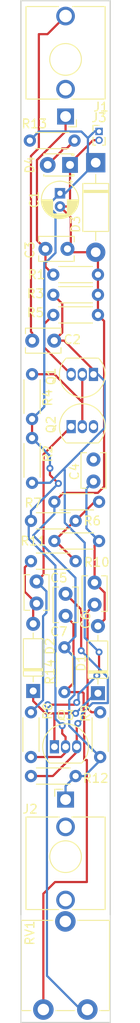
<source format=kicad_pcb>
(kicad_pcb (version 20211014) (generator pcbnew)
  (layers (0 "F.Cu" signal) (31 "B.Cu" signal) (34 "B.Paste" user) (35 "F.Paste" user) (36 "B.SilkS" user "B.Silkscreen") (37 "F.SilkS" user "F.Silkscreen") (38 "B.Mask" user) (39 "F.Mask" user) (44 "Edge.Cuts" user))
  (net 0 "")
  (net 1 "+9V")
  (net 2 "GND")
  (net 3 "Net-(C2-Pad1)")
  (net 4 "Net-(Q1-Pad1)")
  (net 5 "Net-(C3-Pad1)")
  (net 6 "Net-(Q2-Pad3)")
  (net 7 "Net-(D1-Pad2)")
  (net 8 "Net-(D2-Pad2)")
  (net 9 "Net-(Q2-Pad1)")
  (net 10 "Net-(C6-Pad1)")
  (net 11 "Net-(Q3-Pad3)")
  (net 12 "Net-(C7-Pad2)")
  (net 13 "Net-(Q3-Pad1)")
  (net 14 "Net-(D4-Pad2)")
  (net 15 "Net-(Q1-Pad2)")
  (net 16 "Net-(Q1-Pad3)")
  (net 17 "Net-(R10-Pad1)")
  (net 20 "Net-(J2-PadT)")
  (footprint "Capacitor_THT:C_Disc_D3.8mm_W2.6mm_P2.50mm" (layer "F.Cu") (at 78.867 116.663 90)
    (fp_text reference "C5" (at 2.901 2.54 180) (layer "F.SilkS"))
    (fp_text value "47nF")
    (fp_line (start 3.27 -1.42) (end 3.27 -0.795) (layer "F.SilkS") (width 0.12))
    (fp_line (start 3.27 0.795) (end 3.27 1.42) (layer "F.SilkS") (width 0.12))
    (fp_line (start -0.77 -1.42) (end 3.27 -1.42) (layer "F.SilkS") (width 0.12))
    (fp_line (start -0.77 0.795) (end -0.77 1.42) (layer "F.SilkS") (width 0.12))
    (fp_line (start -0.77 -1.42) (end -0.77 -0.795) (layer "F.SilkS") (width 0.12))
    (fp_line (start -0.77 1.42) (end 3.27 1.42) (layer "F.SilkS") (width 0.12))
    (pad "1" thru_hole circle (at 0 0 90) (size 1.6 1.6) (drill 0.8) (layers *.Cu *.Mask) (net 8 "Net-(D2-Pad2)"))
    (pad "2" thru_hole circle (at 2.5 0 90) (size 1.6 1.6) (drill 0.8) (layers *.Cu *.Mask) (net 9 "Net-(Q2-Pad1)"))
  )
  (footprint "Resistor_THT:R_Axial_DIN0204_L3.6mm_D1.6mm_P5.08mm_Horizontal" (layer "F.Cu") (at 78.359 90.648 -90)
    (fp_text reference "R4" (at 2.667 -1.778 -90) (layer "F.SilkS"))
    (fp_text value "18k")
    (fp_line (start 0.62 -0.92) (end 4.46 -0.92) (layer "F.SilkS") (width 0.12))
    (fp_line (start 0.62 0.92) (end 4.46 0.92) (layer "F.SilkS") (width 0.12))
    (pad "1" thru_hole circle (at 0 0 270) (size 1.4 1.4) (drill 0.7) (layers *.Cu *.Mask) (net 15 "Net-(Q1-Pad2)"))
    (pad "2" thru_hole oval (at 5.08 0 270) (size 1.4 1.4) (drill 0.7) (layers *.Cu *.Mask) (net 1 "+9V"))
  )
  (footprint "Resistor_THT:R_Axial_DIN0204_L3.6mm_D1.6mm_P5.08mm_Horizontal" (layer "F.Cu") (at 86.106 129.002 -90)
    (fp_text reference "R9" (at 0.127 1.651 90) (layer "F.SilkS"))
    (fp_text value "10k")
    (fp_line (start 0.62 -0.92) (end 4.46 -0.92) (layer "F.SilkS") (width 0.12))
    (fp_line (start 0.62 0.92) (end 4.46 0.92) (layer "F.SilkS") (width 0.12))
    (pad "1" thru_hole circle (at 0 0 270) (size 1.4 1.4) (drill 0.7) (layers *.Cu *.Mask) (net 10 "Net-(C6-Pad1)"))
    (pad "2" thru_hole oval (at 5.08 0 270) (size 1.4 1.4) (drill 0.7) (layers *.Cu *.Mask) (net 2 "GND"))
  )
  (footprint "Resistor_THT:R_Axial_DIN0204_L3.6mm_D1.6mm_P5.08mm_Horizontal" (layer "F.Cu") (at 78.232 129.002 -90)
    (fp_text reference "R8" (at -0.127 -1.905 90) (layer "F.SilkS"))
    (fp_text value "10k")
    (fp_line (start 0.62 0.92) (end 4.46 0.92) (layer "F.SilkS") (width 0.12))
    (fp_line (start 0.62 -0.92) (end 4.46 -0.92) (layer "F.SilkS") (width 0.12))
    (pad "1" thru_hole circle (at 0 0 270) (size 1.4 1.4) (drill 0.7) (layers *.Cu *.Mask) (net 9 "Net-(Q2-Pad1)"))
    (pad "2" thru_hole oval (at 5.08 0 270) (size 1.4 1.4) (drill 0.7) (layers *.Cu *.Mask) (net 1 "+9V"))
  )
  (footprint "LED_THT:LED_D1.8mm_W3.3mm_H2.4mm" (layer "F.Cu") (at 82.677 66.899 180)
    (fp_text reference "D4" (at 4.572 0 90) (layer "F.SilkS"))
    (fp_text value "LED")
    (fp_line (start -0.2 1.08) (end -0.2 1.26) (layer "F.SilkS") (width 0.12))
    (fp_line (start -0.44 -1.26) (end -0.44 -1.08) (layer "F.SilkS") (width 0.12))
    (fp_line (start -0.44 1.26) (end 2.98 1.26) (layer "F.SilkS") (width 0.12))
    (fp_line (start -0.2 -1.26) (end -0.2 -1.08) (layer "F.SilkS") (width 0.12))
    (fp_line (start 2.98 1.095) (end 2.98 1.26) (layer "F.SilkS") (width 0.12))
    (fp_line (start -0.44 -1.26) (end 2.98 -1.26) (layer "F.SilkS") (width 0.12))
    (fp_line (start -0.32 -1.26) (end -0.32 -1.08) (layer "F.SilkS") (width 0.12))
    (fp_line (start -0.32 1.08) (end -0.32 1.26) (layer "F.SilkS") (width 0.12))
    (fp_line (start 2.98 -1.26) (end 2.98 -1.095) (layer "F.SilkS") (width 0.12))
    (fp_line (start -0.44 1.08) (end -0.44 1.26) (layer "F.SilkS") (width 0.12))
    (pad "1" thru_hole rect (at 0 0 180) (size 1.8 1.8) (drill 0.9) (layers *.Cu *.Mask) (net 2 "GND"))
    (pad "2" thru_hole circle (at 2.54 0 180) (size 1.8 1.8) (drill 0.9) (layers *.Cu *.Mask) (net 14 "Net-(D4-Pad2)"))
  )
  (footprint "Resistor_THT:R_Axial_DIN0204_L3.6mm_D1.6mm_P5.08mm_Horizontal" (layer "F.Cu") (at 78.359 102.967 90)
    (fp_text reference "R2" (at 3.302 1.778 90) (layer "F.SilkS"))
    (fp_text value "560k")
    (fp_line (start 0.62 0.92) (end 4.46 0.92) (layer "F.SilkS") (width 0.12))
    (fp_line (start 0.62 -0.92) (end 4.46 -0.92) (layer "F.SilkS") (width 0.12))
    (pad "1" thru_hole circle (at 0 0 90) (size 1.4 1.4) (drill 0.7) (layers *.Cu *.Mask) (net 4 "Net-(Q1-Pad1)"))
    (pad "2" thru_hole oval (at 5.08 0 90) (size 1.4 1.4) (drill 0.7) (layers *.Cu *.Mask) (net 1 "+9V"))
  )
  (footprint "Connector_Audio:Jack_3.5mm_QingPu_WQP-PJ398SM_Vertical_CircularHoles" (layer "F.Cu") (at 82.169 138.908)
    (fp_text reference "J2" (at -4.03 1.08 180) (layer "F.SilkS"))
    (fp_text value "AudioJack2_SwitchT")
    (fp_line (start 4.5 1.98) (end 4.5 12.48) (layer "F.SilkS") (width 0.12))
    (fp_line (start -1.23 -1.17) (end -1.23 -0.37) (layer "F.SilkS") (width 0.12))
    (fp_line (start 4.5 12.48) (end 0.8 12.48) (layer "F.SilkS") (width 0.12))
    (fp_line (start -0.8 12.48) (end -4.5 12.48) (layer "F.SilkS") (width 0.12))
    (fp_line (start -0.72 1.98) (end -4.5 1.98) (layer "F.SilkS") (width 0.12))
    (fp_line (start -1.23 -1.17) (end -0.37 -1.17) (layer "F.SilkS") (width 0.12))
    (fp_line (start 4.5 1.98) (end 0.72 1.98) (layer "F.SilkS") (width 0.12))
    (fp_line (start -4.5 1.98) (end -4.5 12.48) (layer "F.SilkS") (width 0.12))
    (fp_circle (center 0 6.48) (end 1.8 6.48) (layer "F.SilkS") (width 0.12) (fill none))
    (pad "S" thru_hole rect (at 0 0 180) (size 1.93 1.83) (drill 1.22) (layers *.Cu *.Mask) (net 2 "GND"))
    (pad "T" thru_hole circle (at 0 11.4 180) (size 2.13 2.13) (drill 1.43) (layers *.Cu *.Mask) (net 20 "Net-(J2-PadT)"))
    (pad "TN" thru_hole circle (at 0 3.1 180) (size 2.13 2.13) (drill 1.42) (layers *.Cu *.Mask))
  )
  (footprint "Capacitor_THT:CP_Radial_D4.0mm_P1.50mm" (layer "F.Cu") (at 81.534 70.113401 -90)
    (fp_text reference "C1" (at 0.722599 2.921 90) (layer "F.SilkS"))
    (fp_text value "100uF")
    (fp_line (start 1.31 -2.005) (end 1.31 -0.84) (layer "F.SilkS") (width 0.12))
    (fp_line (start 2.271 -1.438) (end 2.271 -0.84) (layer "F.SilkS") (width 0.12))
    (fp_line (start 1.991 0.84) (end 1.991 1.68) (layer "F.SilkS") (width 0.12))
    (fp_line (start 1.871 0.84) (end 1.871 1.76) (layer "F.SilkS") (width 0.12))
    (fp_line (start 2.631 -0.94) (end 2.631 0.94) (layer "F.SilkS") (width 0.12))
    (fp_line (start 1.951 0.84) (end 1.951 1.708) (layer "F.SilkS") (width 0.12))
    (fp_line (start 1.831 -1.785) (end 1.831 -0.84) (layer "F.SilkS") (width 0.12))
    (fp_line (start 2.071 -1.619) (end 2.071 -0.84) (layer "F.SilkS") (width 0.12))
    (fp_line (start 2.031 0.84) (end 2.031 1.65) (layer "F.SilkS") (width 0.12))
    (fp_line (start 1.951 -1.708) (end 1.951 -0.84) (layer "F.SilkS") (width 0.12))
    (fp_line (start 1.671 -1.87) (end 1.671 -0.84) (layer "F.SilkS") (width 0.12))
    (fp_line (start 2.591 -1.013) (end 2.591 1.013) (layer "F.SilkS") (width 0.12))
    (fp_line (start 1.11 0.84) (end 1.11 2.05) (layer "F.SilkS") (width 0.12))
    (fp_line (start 2.311 -1.396) (end 2.311 -0.84) (layer "F.SilkS") (width 0.12))
    (fp_line (start 2.471 -1.2) (end 2.471 1.2) (layer "F.SilkS") (width 0.12))
    (fp_line (start 1.11 -2.05) (end 1.11 -0.84) (layer "F.SilkS") (width 0.12))
    (fp_line (start 2.431 -1.254) (end 2.431 1.254) (layer "F.SilkS") (width 0.12))
    (fp_line (start 2.031 -1.65) (end 2.031 -0.84) (layer "F.SilkS") (width 0.12))
    (fp_line (start 0.75 -2.08) (end 0.75 -0.84) (layer "F.SilkS") (width 0.12))
    (fp_line (start 2.111 -1.587) (end 2.111 -0.84) (layer "F.SilkS") (width 0.12))
    (fp_line (start 1.15 -2.042) (end 1.15 -0.84) (layer "F.SilkS") (width 0.12))
    (fp_line (start 1.31 0.84) (end 1.31 2.005) (layer "F.SilkS") (width 0.12))
    (fp_line (start 0.95 -2.071) (end 0.95 -0.84) (layer "F.SilkS") (width 0.12))
    (fp_line (start 1.631 0.84) (end 1.631 1.889) (layer "F.SilkS") (width 0.12))
    (fp_line (start 1.711 -1.851) (end 1.711 -0.84) (layer "F.SilkS") (width 0.12))
    (fp_line (start 1.39 0.84) (end 1.39 1.982) (layer "F.SilkS") (width 0.12))
    (fp_line (start 0.99 0.84) (end 0.99 2.067) (layer "F.SilkS") (width 0.12))
    (fp_line (start 0.87 -2.077) (end 0.87 -0.84) (layer "F.SilkS") (width 0.12))
    (fp_line (start 2.711 -0.768) (end 2.711 0.768) (layer "F.SilkS") (width 0.12))
    (fp_line (start 2.191 -1.516) (end 2.191 -0.84) (layer "F.SilkS") (width 0.12))
    (fp_line (start 1.27 -2.016) (end 1.27 -0.84) (layer "F.SilkS") (width 0.12))
    (fp_line (start 1.711 0.84) (end 1.711 1.851) (layer "F.SilkS") (width 0.12))
    (fp_line (start 2.191 0.84) (end 2.191 1.516) (layer "F.SilkS") (width 0.12))
    (fp_line (start 1.15 0.84) (end 1.15 2.042) (layer "F.SilkS") (width 0.12))
    (fp_line (start 2.671 -0.859) (end 2.671 0.859) (layer "F.SilkS") (width 0.12))
    (fp_line (start 1.23 0.84) (end 1.23 2.025) (layer "F.SilkS") (width 0.12))
    (fp_line (start 2.071 0.84) (end 2.071 1.619) (layer "F.SilkS") (width 0.12))
    (fp_line (start 1.591 -1.907) (end 1.591 -0.84) (layer "F.SilkS") (width 0.12))
    (fp_line (start 1.07 -2.056) (end 1.07 -0.84) (layer "F.SilkS") (width 0.12))
    (fp_line (start 2.231 0.84) (end 2.231 1.478) (layer "F.SilkS") (width 0.12))
    (fp_line (start 1.671 0.84) (end 1.671 1.87) (layer "F.SilkS") (width 0.12))
    (fp_line (start 1.07 0.84) (end 1.07 2.056) (layer "F.SilkS") (width 0.12))
    (fp_line (start 2.111 0.84) (end 2.111 1.587) (layer "F.SilkS") (width 0.12))
    (fp_line (start 2.311 0.84) (end 2.311 1.396) (layer "F.SilkS") (width 0.12))
    (fp_line (start 0.99 -2.067) (end 0.99 -0.84) (layer "F.SilkS") (width 0.12))
    (fp_line (start 1.911 0.84) (end 1.911 1.735) (layer "F.SilkS") (width 0.12))
    (fp_line (start 1.35 0.84) (end 1.35 1.994) (layer "F.SilkS") (width 0.12))
    (fp_line (start 1.23 -2.025) (end 1.23 -0.84) (layer "F.SilkS") (width 0.12))
    (fp_line (start 1.19 0.84) (end 1.19 2.034) (layer "F.SilkS") (width 0.12))
    (fp_line (start 1.591 0.84) (end 1.591 1.907) (layer "F.SilkS") (width 0.12))
    (fp_line (start 0.75 0.84) (end 0.75 2.08) (layer "F.SilkS") (width 0.12))
    (fp_line (start 1.19 -2.034) (end 1.19 -0.84) (layer "F.SilkS") (width 0.12))
    (fp_line (start 2.511 -1.142) (end 2.511 1.142) (layer "F.SilkS") (width 0.12))
    (fp_line (start 1.991 -1.68) (end 1.991 -0.84) (layer "F.SilkS") (width 0.12))
    (fp_line (start 1.791 -1.808) (end 1.791 -0.84) (layer "F.SilkS") (width 0.12))
    (fp_line (start 2.551 -1.08) (end 2.551 1.08) (layer "F.SilkS") (width 0.12))
    (fp_line (start 0.95 0.84) (end 0.95 2.071) (layer "F.SilkS") (width 0.12))
    (fp_line (start 0.83 -2.079) (end 0.83 -0.84) (layer "F.SilkS") (width 0.12))
    (fp_line (start 0.83 0.84) (end 0.83 2.079) (layer "F.SilkS") (width 0.12))
    (fp_line (start 0.79 0.84) (end 0.79 2.08) (layer "F.SilkS") (width 0.12))
    (fp_line (start 1.471 -1.954) (end 1.471 -0.84) (layer "F.SilkS") (width 0.12))
    (fp_line (start 0.87 0.84) (end 0.87 2.077) (layer "F.SilkS") (width 0.12))
    (fp_line (start 1.511 0.84) (end 1.511 1.94) (layer "F.SilkS") (width 0.12))
    (fp_line (start 2.751 -0.664) (end 2.751 0.664) (layer "F.SilkS") (width 0.12))
    (fp_line (start 1.631 -1.889) (end 1.631 -0.84) (layer "F.SilkS") (width 0.12))
    (fp_line (start 1.831 0.84) (end 1.831 1.785) (layer "F.SilkS") (width 0.12))
    (fp_line (start 2.391 -1.304) (end 2.391 1.304) (layer "F.SilkS") (width 0.12))
    (fp_line (start 1.551 -1.924) (end 1.551 -0.84) (layer "F.SilkS") (width 0.12))
    (fp_line (start 1.43 -1.968) (end 1.43 -0.84) (layer "F.SilkS") (width 0.12))
    (fp_line (start -1.319801 -1.395) (end -1.319801 -0.995) (layer "F.SilkS") (width 0.12))
    (fp_line (start 1.791 0.84) (end 1.791 1.808) (layer "F.SilkS") (width 0.12))
    (fp_line (start 2.791 -0.537) (end 2.791 0.537) (layer "F.SilkS") (width 0.12))
    (fp_line (start 2.831 -0.37) (end 2.831 0.37) (layer "F.SilkS") (width 0.12))
    (fp_line (start 1.35 -1.994) (end 1.35 -0.84) (layer "F.SilkS") (width 0.12))
    (fp_line (start 1.551 0.84) (end 1.551 1.924) (layer "F.SilkS") (width 0.12))
    (fp_line (start 1.911 -1.735) (end 1.911 -0.84) (layer "F.SilkS") (width 0.12))
    (fp_line (start 1.39 -1.982) (end 1.39 -0.84) (layer "F.SilkS") (width 0.12))
    (fp_line (start 1.03 0.84) (end 1.03 2.062) (layer "F.SilkS") (width 0.12))
    (fp_line (start 1.27 0.84) (end 1.27 2.016) (layer "F.SilkS") (width 0.12))
    (fp_line (start 2.231 -1.478) (end 2.231 -0.84) (layer "F.SilkS") (width 0.12))
    (fp_line (start 1.751 0.84) (end 1.751 1.83) (layer "F.SilkS") (width 0.12))
    (fp_line (start 1.751 -1.83) (end 1.751 -0.84) (layer "F.SilkS") (width 0.12))
    (fp_line (start 2.151 -1.552) (end 2.151 -0.84) (layer "F.SilkS") (width 0.12))
    (fp_line (start 2.271 0.84) (end 2.271 1.438) (layer "F.SilkS") (width 0.12))
    (fp_line (start 1.03 -2.062) (end 1.03 -0.84) (layer "F.SilkS") (width 0.12))
    (fp_line (start 0.91 0.84) (end 0.91 2.074) (layer "F.SilkS") (width 0.12))
    (fp_line (start 0.79 -2.08) (end 0.79 -0.84) (layer "F.SilkS") (width 0.12))
    (fp_line (start 1.511 -1.94) (end 1.511 -0.84) (layer "F.SilkS") (width 0.12))
    (fp_line (start 1.471 0.84) (end 1.471 1.954) (layer "F.SilkS") (width 0.12))
    (fp_line (start -1.519801 -1.195) (end -1.119801 -1.195) (layer "F.SilkS") (width 0.12))
    (fp_line (start 2.151 0.84) (end 2.151 1.552) (layer "F.SilkS") (width 0.12))
    (fp_line (start 2.351 -1.351) (end 2.351 1.351) (layer "F.SilkS") (width 0.12))
    (fp_line (start 1.43 0.84) (end 1.43 1.968) (layer "F.SilkS") (width 0.12))
    (fp_line (start 1.871 -1.76) (end 1.871 -0.84) (layer "F.SilkS") (width 0.12))
    (fp_line (start 0.91 -2.074) (end 0.91 -0.84) (layer "F.SilkS") (width 0.12))
    (fp_circle (center 0.75 0) (end 2.87 0) (layer "F.SilkS") (width 0.12) (fill none))
    (pad "1" thru_hole rect (at 0 0 270) (size 1.2 1.2) (drill 0.6) (layers *.Cu *.Mask) (net 1 "+9V"))
    (pad "2" thru_hole circle (at 1.5 0 270) (size 1.2 1.2) (drill 0.6) (layers *.Cu *.Mask) (net 2 "GND"))
  )
  (footprint "Package_TO_SOT_THT:TO-92_Inline" (layer "F.Cu") (at 82.804 96.596)
    (fp_text reference "Q2" (at -2.286 -0.233 90) (layer "F.SilkS"))
    (fp_text value "2N3906")
    (fp_line (start -0.53 1.85) (end 3.07 1.85) (layer "F.SilkS") (width 0.12))
    (fp_arc (start -0.568478 1.838478) (mid -1.132087 -0.994977) (end 1.27 -2.6) (layer "F.SilkS") (width 0.12))
    (fp_arc (start 1.27 -2.6) (mid 3.672087 -0.994977) (end 3.108478 1.838478) (layer "F.SilkS") (width 0.12))
    (pad "1" thru_hole rect (at 0 0) (size 1.05 1.5) (drill 0.75) (layers *.Cu *.Mask) (net 9 "Net-(Q2-Pad1)"))
    (pad "2" thru_hole oval (at 1.27 0) (size 1.05 1.5) (drill 0.75) (layers *.Cu *.Mask) (net 15 "Net-(Q1-Pad2)"))
    (pad "3" thru_hole oval (at 2.54 0) (size 1.05 1.5) (drill 0.75) (layers *.Cu *.Mask) (net 6 "Net-(Q2-Pad3)"))
  )
  (footprint "Capacitor_THT:C_Disc_D3.8mm_W2.6mm_P2.50mm" (layer "F.Cu") (at 85.471 116.79 90)
    (fp_text reference "C6" (at -1.798 -1.016 270) (layer "F.SilkS"))
    (fp_text value "47nF")
    (fp_line (start -0.77 1.42) (end 3.27 1.42) (layer "F.SilkS") (width 0.12))
    (fp_line (start 3.27 0.795) (end 3.27 1.42) (layer "F.SilkS") (width 0.12))
    (fp_line (start -0.77 -1.42) (end 3.27 -1.42) (layer "F.SilkS") (width 0.12))
    (fp_line (start 3.27 -1.42) (end 3.27 -0.795) (layer "F.SilkS") (width 0.12))
    (fp_line (start -0.77 0.795) (end -0.77 1.42) (layer "F.SilkS") (width 0.12))
    (fp_line (start -0.77 -1.42) (end -0.77 -0.795) (layer "F.SilkS") (width 0.12))
    (pad "1" thru_hole circle (at 0 0 90) (size 1.6 1.6) (drill 0.8) (layers *.Cu *.Mask) (net 10 "Net-(C6-Pad1)"))
    (pad "2" thru_hole circle (at 2.5 0 90) (size 1.6 1.6) (drill 0.8) (layers *.Cu *.Mask) (net 7 "Net-(D1-Pad2)"))
  )
  (footprint "Capacitor_THT:C_Disc_D3.8mm_W2.6mm_P2.50mm" (layer "F.Cu") (at 79.883 76.424)
    (fp_text reference "C3" (at -1.778 0.127 90) (layer "F.SilkS"))
    (fp_text value "100pF")
    (fp_line (start -0.77 0.795) (end -0.77 1.42) (layer "F.SilkS") (width 0.12))
    (fp_line (start -0.77 -1.42) (end -0.77 -0.795) (layer "F.SilkS") (width 0.12))
    (fp_line (start -0.77 -1.42) (end 3.27 -1.42) (layer "F.SilkS") (width 0.12))
    (fp_line (start 3.27 -1.42) (end 3.27 -0.795) (layer "F.SilkS") (width 0.12))
    (fp_line (start 3.27 0.795) (end 3.27 1.42) (layer "F.SilkS") (width 0.12))
    (fp_line (start -0.77 1.42) (end 3.27 1.42) (layer "F.SilkS") (width 0.12))
    (pad "1" thru_hole circle (at 0 0) (size 1.6 1.6) (drill 0.8) (layers *.Cu *.Mask) (net 5 "Net-(C3-Pad1)"))
    (pad "2" thru_hole circle (at 2.5 0) (size 1.6 1.6) (drill 0.8) (layers *.Cu *.Mask) (net 2 "GND"))
  )
  (footprint "Capacitor_THT:C_Disc_D3.8mm_W2.6mm_P2.50mm" (layer "F.Cu") (at 78.379 86.838)
    (fp_text reference "C2" (at 4.552 -0.127) (layer "F.SilkS"))
    (fp_text value "47nF")
    (fp_line (start 3.27 0.795) (end 3.27 1.42) (layer "F.SilkS") (width 0.12))
    (fp_line (start -0.77 0.795) (end -0.77 1.42) (layer "F.SilkS") (width 0.12))
    (fp_line (start 3.27 -1.42) (end 3.27 -0.795) (layer "F.SilkS") (width 0.12))
    (fp_line (start -0.77 -1.42) (end -0.77 -0.795) (layer "F.SilkS") (width 0.12))
    (fp_line (start -0.77 -1.42) (end 3.27 -1.42) (layer "F.SilkS") (width 0.12))
    (fp_line (start -0.77 1.42) (end 3.27 1.42) (layer "F.SilkS") (width 0.12))
    (pad "1" thru_hole circle (at 0 0) (size 1.6 1.6) (drill 0.8) (layers *.Cu *.Mask) (net 3 "Net-(C2-Pad1)"))
    (pad "2" thru_hole circle (at 2.5 0) (size 1.6 1.6) (drill 0.8) (layers *.Cu *.Mask) (net 4 "Net-(Q1-Pad1)"))
  )
  (footprint "Resistor_THT:R_Axial_DIN0204_L3.6mm_D1.6mm_P5.08mm_Horizontal" (layer "F.Cu") (at 85.852 83.917 180)
    (fp_text reference "R5" (at 7.112 0.254) (layer "F.SilkS"))
    (fp_text value "6.2k")
    (fp_line (start 0.62 -0.92) (end 4.46 -0.92) (layer "F.SilkS") (width 0.12))
    (fp_line (start 0.62 0.92) (end 4.46 0.92) (layer "F.SilkS") (width 0.12))
    (pad "1" thru_hole circle (at 0 0 180) (size 1.4 1.4) (drill 0.7) (layers *.Cu *.Mask) (net 2 "GND"))
    (pad "2" thru_hole oval (at 5.08 0 180) (size 1.4 1.4) (drill 0.7) (layers *.Cu *.Mask) (net 16 "Net-(Q1-Pad3)"))
  )
  (footprint "Diode_THT:D_DO-35_SOD27_P7.62mm_Horizontal" (layer "F.Cu") (at 85.852 126.843 90)
    (fp_text reference "D1" (at 3.429 -1.905 90) (layer "F.SilkS"))
    (fp_text value "1N4148")
    (fp_line (start 2.29 -1.12) (end 2.29 1.12) (layer "F.SilkS") (width 0.12))
    (fp_line (start 1.69 -1.12) (end 1.69 1.12) (layer "F.SilkS") (width 0.12))
    (fp_line (start 1.04 0) (end 1.69 0) (layer "F.SilkS") (width 0.12))
    (fp_line (start 2.41 -1.12) (end 2.41 1.12) (layer "F.SilkS") (width 0.12))
    (fp_line (start 5.93 1.12) (end 5.93 -1.12) (layer "F.SilkS") (width 0.12))
    (fp_line (start 6.58 0) (end 5.93 0) (layer "F.SilkS") (width 0.12))
    (fp_line (start 2.53 -1.12) (end 2.53 1.12) (layer "F.SilkS") (width 0.12))
    (fp_line (start 1.69 1.12) (end 5.93 1.12) (layer "F.SilkS") (width 0.12))
    (fp_line (start 5.93 -1.12) (end 1.69 -1.12) (layer "F.SilkS") (width 0.12))
    (pad "1" thru_hole rect (at 0 0 90) (size 1.6 1.6) (drill 0.8) (layers *.Cu *.Mask) (net 13 "Net-(Q3-Pad1)"))
    (pad "2" thru_hole oval (at 7.62 0 90) (size 1.6 1.6) (drill 0.8) (layers *.Cu *.Mask) (net 7 "Net-(D1-Pad2)"))
  )
  (footprint "Resistor_THT:R_Axial_DIN0204_L3.6mm_D1.6mm_P5.08mm_Horizontal" (layer "F.Cu") (at 80.899 105.126)
    (fp_text reference "R7" (at -2.413 0.127) (layer "F.SilkS"))
    (fp_text value "22k")
    (fp_line (start 0.62 -0.92) (end 4.46 -0.92) (layer "F.SilkS") (width 0.12))
    (fp_line (start 0.62 0.92) (end 4.46 0.92) (layer "F.SilkS") (width 0.12))
    (pad "1" thru_hole circle (at 0 0) (size 1.4 1.4) (drill 0.7) (layers *.Cu *.Mask) (net 2 "GND"))
    (pad "2" thru_hole oval (at 5.08 0) (size 1.4 1.4) (drill 0.7) (layers *.Cu *.Mask) (net 17 "Net-(R10-Pad1)"))
  )
  (footprint "Resistor_THT:R_Axial_DIN0204_L3.6mm_D1.6mm_P5.08mm_Horizontal" (layer "F.Cu") (at 78.105 64.135)
    (fp_text reference "R13" (at 0.508 -1.905) (layer "F.SilkS"))
    (fp_text value "10k")
    (fp_line (start 0.62 -0.92) (end 4.46 -0.92) (layer "F.SilkS") (width 0.12))
    (fp_line (start 0.62 0.92) (end 4.46 0.92) (layer "F.SilkS") (width 0.12))
    (pad "1" thru_hole circle (at 0 0) (size 1.4 1.4) (drill 0.7) (layers *.Cu *.Mask) (net 1 "+9V"))
    (pad "2" thru_hole oval (at 5.08 0) (size 1.4 1.4) (drill 0.7) (layers *.Cu *.Mask) (net 14 "Net-(D4-Pad2)"))
  )
  (footprint "Package_TO_SOT_THT:TO-92_Inline" (layer "F.Cu") (at 85.344 90.669 180)
    (fp_text reference "Q1" (at 4.826 -0.233 90) (layer "F.SilkS"))
    (fp_text value "Q_NPN_BCE")
    (fp_line (start -0.53 1.85) (end 3.07 1.85) (layer "F.SilkS") (width 0.12))
    (fp_arc (start 1.27 -2.6) (mid 3.672087 -0.994977) (end 3.108478 1.838478) (layer "F.SilkS") (width 0.12))
    (fp_arc (start -0.568478 1.838478) (mid -1.132087 -0.994977) (end 1.27 -2.6) (layer "F.SilkS") (width 0.12))
    (pad "1" thru_hole rect (at 0 0 180) (size 1.05 1.5) (drill 0.75) (layers *.Cu *.Mask) (net 4 "Net-(Q1-Pad1)"))
    (pad "2" thru_hole oval (at 1.27 0 180) (size 1.05 1.5) (drill 0.75) (layers *.Cu *.Mask) (net 15 "Net-(Q1-Pad2)"))
    (pad "3" thru_hole oval (at 2.54 0 180) (size 1.05 1.5) (drill 0.75) (layers *.Cu *.Mask) (net 16 "Net-(Q1-Pad3)"))
  )
  (footprint "Resistor_THT:R_Axial_DIN0204_L3.6mm_D1.6mm_P5.08mm_Horizontal" (layer "F.Cu") (at 78.232 107.285)
    (fp_text reference "R6" (at 6.985 0) (layer "F.SilkS"))
    (fp_text value "22k")
    (fp_line (start 0.62 0.92) (end 4.46 0.92) (layer "F.SilkS") (width 0.12))
    (fp_line (start 0.62 -0.92) (end 4.46 -0.92) (layer "F.SilkS") (width 0.12))
    (pad "1" thru_hole circle (at 0 0) (size 1.4 1.4) (drill 0.7) (layers *.Cu *.Mask) (net 1 "+9V"))
    (pad "2" thru_hole oval (at 5.08 0) (size 1.4 1.4) (drill 0.7) (layers *.Cu *.Mask) (net 17 "Net-(R10-Pad1)"))
  )
  (footprint "Resistor_THT:R_Axial_DIN0204_L3.6mm_D1.6mm_P5.08mm_Horizontal" (layer "F.Cu") (at 83.312 111.857 180)
    (fp_text reference "R10" (at -2.413 -0.127) (layer "F.SilkS"))
    (fp_text value "68k")
    (fp_line (start 0.62 -0.92) (end 4.46 -0.92) (layer "F.SilkS") (width 0.12))
    (fp_line (start 0.62 0.92) (end 4.46 0.92) (layer "F.SilkS") (width 0.12))
    (pad "1" thru_hole circle (at 0 0 180) (size 1.4 1.4) (drill 0.7) (layers *.Cu *.Mask) (net 17 "Net-(R10-Pad1)"))
    (pad "2" thru_hole oval (at 5.08 0 180) (size 1.4 1.4) (drill 0.7) (layers *.Cu *.Mask) (net 8 "Net-(D2-Pad2)"))
  )
  (footprint "Resistor_THT:R_Axial_DIN0204_L3.6mm_D1.6mm_P5.08mm_Horizontal" (layer "F.Cu") (at 78.232 136.241)
    (fp_text reference "R12" (at 7.366 0.254) (layer "F.SilkS"))
    (fp_text value "10k")
    (fp_line (start 0.62 -0.92) (end 4.46 -0.92) (layer "F.SilkS") (width 0.12))
    (fp_line (start 0.62 0.92) (end 4.46 0.92) (layer "F.SilkS") (width 0.12))
    (pad "1" thru_hole circle (at 0 0) (size 1.4 1.4) (drill 0.7) (layers *.Cu *.Mask) (net 11 "Net-(Q3-Pad3)"))
    (pad "2" thru_hole oval (at 5.08 0) (size 1.4 1.4) (drill 0.7) (layers *.Cu *.Mask) (net 2 "GND"))
  )
  (footprint "Connector_Audio:Jack_3.5mm_QingPu_WQP-PJ398SM_Vertical_CircularHoles" (layer "F.Cu") (at 82.169 61.406 180)
    (fp_text reference "J1" (at -4.03 1.08) (layer "F.SilkS"))
    (fp_text value "AudioJack2_SwitchT")
    (fp_line (start -1.23 -1.17) (end -0.37 -1.17) (layer "F.SilkS") (width 0.12))
    (fp_line (start -1.23 -1.17) (end -1.23 -0.37) (layer "F.SilkS") (width 0.12))
    (fp_line (start 4.5 1.98) (end 4.5 12.48) (layer "F.SilkS") (width 0.12))
    (fp_line (start -0.72 1.98) (end -4.5 1.98) (layer "F.SilkS") (width 0.12))
    (fp_line (start -0.8 12.48) (end -4.5 12.48) (layer "F.SilkS") (width 0.12))
    (fp_line (start -4.5 1.98) (end -4.5 12.48) (layer "F.SilkS") (width 0.12))
    (fp_line (start 4.5 1.98) (end 0.72 1.98) (layer "F.SilkS") (width 0.12))
    (fp_line (start 4.5 12.48) (end 0.8 12.48) (layer "F.SilkS") (width 0.12))
    (fp_circle (center 0 6.48) (end 1.8 6.48) (layer "F.SilkS") (width 0.12) (fill none))
    (pad "S" thru_hole rect (at 0 0) (size 1.93 1.83) (drill 1.22) (layers *.Cu *.Mask) (net 5 "Net-(C3-Pad1)"))
    (pad "T" thru_hole circle (at 0 11.4) (size 2.13 2.13) (drill 1.43) (layers *.Cu *.Mask) (net 3 "Net-(C2-Pad1)"))
    (pad "TN" thru_hole circle (at 0 3.1) (size 2.13 2.13) (drill 1.42) (layers *.Cu *.Mask))
  )
  (footprint "Resistor_THT:R_Axial_DIN0204_L3.6mm_D1.6mm_P5.08mm_Horizontal" (layer "F.Cu") (at 82.042 126.716 90)
    (fp_text reference "R14" (at 2.286 -1.651 90) (layer "F.SilkS"))
    (fp_text value "47k")
    (fp_line (start 0.62 -0.92) (end 4.46 -0.92) (layer "F.SilkS") (width 0.12))
    (fp_line (start 0.62 0.92) (end 4.46 0.92) (layer "F.SilkS") (width 0.12))
    (pad "1" thru_hole circle (at 0 0 90) (size 1.4 1.4) (drill 0.7) (layers *.Cu *.Mask) (net 12 "Net-(C7-Pad2)"))
    (pad "2" thru_hole oval (at 5.08 0 90) (size 1.4 1.4) (drill 0.7) (layers *.Cu *.Mask) (net 2 "GND"))
  )
  (footprint "Resistor_THT:R_Axial_DIN0204_L3.6mm_D1.6mm_P5.08mm_Horizontal" (layer "F.Cu") (at 85.979 109.571 180)
    (fp_text reference "R11" (at 7.493 0) (layer "F.SilkS"))
    (fp_text value "68k")
    (fp_line (start 0.62 -0.92) (end 4.46 -0.92) (layer "F.SilkS") (width 0.12))
    (fp_line (start 0.62 0.92) (end 4.46 0.92) (layer "F.SilkS") (width 0.12))
    (pad "1" thru_hole circle (at 0 0 180) (size 1.4 1.4) (drill 0.7) (layers *.Cu *.Mask) (net 7 "Net-(D1-Pad2)"))
    (pad "2" thru_hole oval (at 5.08 0 180) (size 1.4 1.4) (drill 0.7) (layers *.Cu *.Mask) (net 17 "Net-(R10-Pad1)"))
  )
  (footprint "Resistor_THT:R_Axial_DIN0204_L3.6mm_D1.6mm_P5.08mm_Horizontal" (layer "F.Cu") (at 85.852 79.345 180)
    (fp_text reference "R1" (at 6.985 0) (layer "F.SilkS"))
    (fp_text value "2.2M")
    (fp_line (start 0.62 0.92) (end 4.46 0.92) (layer "F.SilkS") (width 0.12))
    (fp_line (start 0.62 -0.92) (end 4.46 -0.92) (layer "F.SilkS") (width 0.12))
    (pad "1" thru_hole circle (at 0 0 180) (size 1.4 1.4) (drill 0.7) (layers *.Cu *.Mask) (net 2 "GND"))
    (pad "2" thru_hole oval (at 5.08 0 180) (size 1.4 1.4) (drill 0.7) (layers *.Cu *.Mask) (net 5 "Net-(C3-Pad1)"))
  )
  (footprint "Capacitor_THT:C_Disc_D3.8mm_W2.6mm_P2.50mm" (layer "F.Cu") (at 82.169 115.56 -90)
    (fp_text reference "C7" (at 4.298 0.762 180) (layer "F.SilkS"))
    (fp_text value "100nF")
    (fp_line (start -0.77 1.42) (end 3.27 1.42) (layer "F.SilkS") (width 0.12))
    (fp_line (start -0.77 -1.42) (end 3.27 -1.42) (layer "F.SilkS") (width 0.12))
    (fp_line (start -0.77 0.795) (end -0.77 1.42) (layer "F.SilkS") (width 0.12))
    (fp_line (start 3.27 -1.42) (end 3.27 -0.795) (layer "F.SilkS") (width 0.12))
    (fp_line (start -0.77 -1.42) (end -0.77 -0.795) (layer "F.SilkS") (width 0.12))
    (fp_line (start 3.27 0.795) (end 3.27 1.42) (layer "F.SilkS") (width 0.12))
    (pad "1" thru_hole circle (at 0 0 270) (size 1.6 1.6) (drill 0.8) (layers *.Cu *.Mask) (net 11 "Net-(Q3-Pad3)"))
    (pad "2" thru_hole circle (at 2.5 0 270) (size 1.6 1.6) (drill 0.8) (layers *.Cu *.Mask) (net 12 "Net-(C7-Pad2)"))
  )
  (footprint "Diode_THT:D_DO-41_SOD81_P10.16mm_Horizontal" (layer "F.Cu") (at 85.598 66.645 -90)
    (fp_text reference "D3" (at 6.985 2.286 90) (layer "F.SilkS"))
    (fp_text value "1N4001")
    (fp_line (start 2.36 -1.47) (end 2.36 1.47) (layer "F.SilkS") (width 0.12))
    (fp_line (start 3.26 -1.47) (end 3.26 1.47) (layer "F.SilkS") (width 0.12))
    (fp_line (start 7.8 -1.47) (end 2.36 -1.47) (layer "F.SilkS") (width 0.12))
    (fp_line (start 8.82 0) (end 7.8 0) (layer "F.SilkS") (width 0.12))
    (fp_line (start 3.38 -1.47) (end 3.38 1.47) (layer "F.SilkS") (width 0.12))
    (fp_line (start 1.34 0) (end 2.36 0) (layer "F.SilkS") (width 0.12))
    (fp_line (start 7.8 1.47) (end 7.8 -1.47) (layer "F.SilkS") (width 0.12))
    (fp_line (start 3.14 -1.47) (end 3.14 1.47) (layer "F.SilkS") (width 0.12))
    (fp_line (start 2.36 1.47) (end 7.8 1.47) (layer "F.SilkS") (width 0.12))
    (pad "1" thru_hole rect (at 0 0 270) (size 2.2 2.2) (drill 1.1) (layers *.Cu *.Mask) (net 1 "+9V"))
    (pad "2" thru_hole oval (at 10.16 0 270) (size 2.2 2.2) (drill 1.1) (layers *.Cu *.Mask) (net 2 "GND"))
  )
  (footprint "Potentiometer_THT:Potentiometer_ACP_CA9-V10_Vertical" (layer "F.Cu") (at 84.644 162.734 90)
    (fp_text reference "RV1" (at 8.683 -6.539 90) (layer "F.SilkS"))
    (fp_text value "R_Potentiometer")
    (fp_line (start -0.12 1.425) (end -0.12 2.52) (layer "F.SilkS") (width 0.12))
    (fp_line (start -0.12 -3.574) (end -0.12 -1.425) (layer "F.SilkS") (width 0.12))
    (fp_line (start -0.12 -7.521) (end -0.12 -6.426) (layer "F.SilkS") (width 0.12))
    (fp_line (start 10.12 -7.521) (end 10.12 -3.925) (layer "F.SilkS") (width 0.12))
    (fp_line (start -0.12 -7.521) (end 10.12 -7.521) (layer "F.SilkS") (width 0.12))
    (fp_line (start -0.12 2.52) (end 10.12 2.52) (layer "F.SilkS") (width 0.12))
    (fp_line (start 10.12 -1.075) (end 10.12 2.52) (layer "F.SilkS") (width 0.12))
    (pad "1" thru_hole circle (at 0 0 90) (size 2.34 2.34) (drill 1.3) (layers *.Cu *.Mask) (net 4 "Net-(Q1-Pad1)"))
    (pad "2" thru_hole circle (at 10 -2.5 90) (size 2.34 2.34) (drill 1.3) (layers *.Cu *.Mask) (net 20 "Net-(J2-PadT)"))
    (pad "3" thru_hole circle (at 0 -5 90) (size 2.34 2.34) (drill 1.3) (layers *.Cu *.Mask) (net 12 "Net-(C7-Pad2)"))
  )
  (footprint "Diode_THT:D_DO-35_SOD27_P7.62mm_Horizontal" (layer "F.Cu") (at 78.486 126.589 90)
    (fp_text reference "D2" (at 5.08 1.905 90) (layer "F.SilkS"))
    (fp_text value "1N4148")
    (fp_line (start 2.29 -1.12) (end 2.29 1.12) (layer "F.SilkS") (width 0.12))
    (fp_line (start 2.41 -1.12) (end 2.41 1.12) (layer "F.SilkS") (width 0.12))
    (fp_line (start 1.69 1.12) (end 5.93 1.12) (layer "F.SilkS") (width 0.12))
    (fp_line (start 5.93 -1.12) (end 1.69 -1.12) (layer "F.SilkS") (width 0.12))
    (fp_line (start 6.58 0) (end 5.93 0) (layer "F.SilkS") (width 0.12))
    (fp_line (start 1.04 0) (end 1.69 0) (layer "F.SilkS") (width 0.12))
    (fp_line (start 1.69 -1.12) (end 1.69 1.12) (layer "F.SilkS") (width 0.12))
    (fp_line (start 5.93 1.12) (end 5.93 -1.12) (layer "F.SilkS") (width 0.12))
    (fp_line (start 2.53 -1.12) (end 2.53 1.12) (layer "F.SilkS") (width 0.12))
    (pad "1" thru_hole rect (at 0 0 90) (size 1.6 1.6) (drill 0.8) (layers *.Cu *.Mask) (net 13 "Net-(Q3-Pad1)"))
    (pad "2" thru_hole oval (at 7.62 0 90) (size 1.6 1.6) (drill 0.8) (layers *.Cu *.Mask) (net 8 "Net-(D2-Pad2)"))
  )
  (footprint "Resistor_THT:R_Axial_DIN0204_L3.6mm_D1.6mm_P5.08mm_Horizontal" (layer "F.Cu") (at 85.852 81.631 180)
    (fp_text reference "R3" (at 7.112 0.127) (layer "F.SilkS"))
    (fp_text value "160k")
    (fp_line (start 0.62 -0.92) (end 4.46 -0.92) (layer "F.SilkS") (width 0.12))
    (fp_line (start 0.62 0.92) (end 4.46 0.92) (layer "F.SilkS") (width 0.12))
    (pad "1" thru_hole circle (at 0 0 180) (size 1.4 1.4) (drill 0.7) (layers *.Cu *.Mask) (net 2 "GND"))
    (pad "2" thru_hole oval (at 5.08 0 180) (size 1.4 1.4) (drill 0.7) (layers *.Cu *.Mask) (net 4 "Net-(Q1-Pad1)"))
  )
  (footprint "Package_TO_SOT_THT:TO-92_Inline" (layer "F.Cu") (at 80.899 132.918)
    (fp_text reference "Q3" (at 1.27 -3.56) (layer "F.SilkS"))
    (fp_text value "Q_NPN_BCE")
    (fp_line (start -0.53 1.85) (end 3.07 1.85) (layer "F.SilkS") (width 0.12))
    (fp_arc (start -0.568478 1.838478) (mid -1.132087 -0.994977) (end 1.27 -2.6) (layer "F.SilkS") (width 0.12))
    (fp_arc (start 1.27 -2.6) (mid 3.672087 -0.994977) (end 3.108478 1.838478) (layer "F.SilkS") (width 0.12))
    (pad "1" thru_hole rect (at 0 0) (size 1.05 1.5) (drill 0.75) (layers *.Cu *.Mask) (net 13 "Net-(Q3-Pad1)"))
    (pad "2" thru_hole oval (at 1.27 0) (size 1.05 1.5) (drill 0.75) (layers *.Cu *.Mask) (net 1 "+9V"))
    (pad "3" thru_hole oval (at 2.54 0) (size 1.05 1.5) (drill 0.75) (layers *.Cu *.Mask) (net 11 "Net-(Q3-Pad3)"))
  )
  (footprint "Connector_PinHeader_1.00mm:PinHeader_1x02_P1.00mm_Vertical" (layer "F.Cu") (at 85.979 63.097)
    (fp_text reference "J3" (at 0 -1.56) (layer "F.SilkS"))
    (fp_text value "Conn_01x02")
    (fp_line (start -0.695 1.56) (end -0.394493 1.56) (layer "F.SilkS") (width 0.12))
    (fp_line (start 0.695 0.685) (end 0.695 1.56) (layer "F.SilkS") (width 0.12))
    (fp_line (start -0.695 -0.685) (end 0 -0.685) (layer "F.SilkS") (width 0.12))
    (fp_line (start 0.608276 0.685) (end 0.695 0.685) (layer "F.SilkS") (width 0.12))
    (fp_line (start 0.394493 1.56) (end 0.695 1.56) (layer "F.SilkS") (width 0.12))
    (fp_line (start -0.695 0) (end -0.695 -0.685) (layer "F.SilkS") (width 0.12))
    (fp_line (start -0.695 0.685) (end -0.608276 0.685) (layer "F.SilkS") (width 0.12))
    (fp_line (start -0.695 0.685) (end -0.695 1.56) (layer "F.SilkS") (width 0.12))
    (pad "1" thru_hole rect (at 0 0) (size 0.85 0.85) (drill 0.5) (layers *.Cu *.Mask) (net 1 "+9V"))
    (pad "2" thru_hole oval (at 0 1) (size 0.85 0.85) (drill 0.5) (layers *.Cu *.Mask) (net 2 "GND"))
  )
  (footprint "Capacitor_THT:C_Disc_D3.8mm_W2.6mm_P2.50mm" (layer "F.Cu") (at 85.344 100.32 -90)
    (fp_text reference "C4" (at 1.377 2.159 90) (layer "F.SilkS"))
    (fp_text value "47nF")
    (fp_line (start -0.77 -1.42) (end -0.77 -0.795) (layer "F.SilkS") (width 0.12))
    (fp_line (start -0.77 1.42) (end 3.27 1.42) (layer "F.SilkS") (width 0.12))
    (fp_line (start -0.77 -1.42) (end 3.27 -1.42) (layer "F.SilkS") (width 0.12))
    (fp_line (start -0.77 0.795) (end -0.77 1.42) (layer "F.SilkS") (width 0.12))
    (fp_line (start 3.27 -1.42) (end 3.27 -0.795) (layer "F.SilkS") (width 0.12))
    (fp_line (start 3.27 0.795) (end 3.27 1.42) (layer "F.SilkS") (width 0.12))
    (pad "1" thru_hole circle (at 0 0 270) (size 1.6 1.6) (drill 0.8) (layers *.Cu *.Mask) (net 6 "Net-(Q2-Pad3)"))
    (pad "2" thru_hole circle (at 2.5 0 270) (size 1.6 1.6) (drill 0.8) (layers *.Cu *.Mask) (net 7 "Net-(D1-Pad2)"))
  )
  (gr_line (start 77.089 48.26) (end 77.089 151.989) (layer "Edge.Cuts") (width 0.15))
  (gr_line (start 87.249 151.989) (end 87.249 164.211) (layer "Edge.Cuts") (width 0.1))
  (gr_line (start 77.089 164.211) (end 77.089 150.592) (layer "Edge.Cuts") (width 0.1))
  (gr_line (start 77.089 48.26) (end 87.249 48.26) (layer "Edge.Cuts") (width 0.15))
  (gr_line (start 87.249 151.989) (end 87.249 48.26) (layer "Edge.Cuts") (width 0.15))
  (gr_line (start 77.089 164.211) (end 87.249 164.211) (layer "Edge.Cuts") (width 0.15))
  (segment (start 78.232 134.082) (end 81.659022 134.082) (width 0.25) (layer "F.Cu") (net 1))
  (segment (start 78.359 97.887) (end 78.359 95.728) (width 0.25) (layer "F.Cu") (net 1))
  (segment (start 81.659022 134.082) (end 82.169 133.572022) (width 0.25) (layer "F.Cu") (net 1))
  (segment (start 81.788 131.415) (end 81.788 130.526) (width 0.25) (layer "F.Cu") (net 1))
  (segment (start 82.169 133.572022) (end 82.169 132.918) (width 0.25) (layer "F.Cu") (net 1))
  (segment (start 82.169 131.796) (end 81.788 131.415) (width 0.25) (layer "F.Cu") (net 1))
  (segment (start 80.391499 102.078499) (end 81.352 103.039) (width 0.25) (layer "F.Cu") (net 1))
  (segment (start 80.391499 101.316) (end 80.391499 102.078499) (width 0.25) (layer "F.Cu") (net 1))
  (segment (start 82.169 132.918) (end 82.169 131.796) (width 0.25) (layer "F.Cu") (net 1))
  (via (at 81.352 103.039) (size 0.8) (drill 0.4) (layers "F.Cu" "B.Cu") (net 1))
  (via (at 80.391499 101.316) (size 0.8) (drill 0.4) (layers "F.Cu" "B.Cu") (net 1))
  (via (at 81.788 130.526) (size 0.8) (drill 0.4) (layers "F.Cu" "B.Cu") (net 1))
  (segment (start 81.352 103.039) (end 78.232 106.159) (width 0.25) (layer "B.Cu") (net 1))
  (segment (start 81.026 76.8713) (end 81.026 72.412858) (width 0.25) (layer "B.Cu") (net 1))
  (segment (start 80.018511 77.878789) (end 81.026 76.8713) (width 0.25) (layer "B.Cu") (net 1))
  (segment (start 81.026 72.412858) (end 80.609489 71.996347) (width 0.25) (layer "B.Cu") (net 1))
  (segment (start 85.598 66.645) (end 82.129599 70.113401) (width 0.25) (layer "B.Cu") (net 1))
  (segment (start 84.709 63.851) (end 84.709 65.756) (width 0.25) (layer "B.Cu") (net 1))
  (segment (start 85.979 63.097) (end 85.463 63.097) (width 0.25) (layer "B.Cu") (net 1))
  (segment (start 82.129599 70.113401) (end 81.534 70.113401) (width 0.25) (layer "B.Cu") (net 1))
  (segment (start 80.609489 71.996347) (end 80.609489 71.037912) (width 0.25) (layer "B.Cu") (net 1))
  (segment (start 81.017489 129.755489) (end 81.017489 112.356489) (width 0.25) (layer "B.Cu") (net 1))
  (segment (start 78.232 106.159) (end 78.232 107.285) (width 0.25) (layer "B.Cu") (net 1))
  (segment (start 78.359 95.728) (end 79.747489 94.339511) (width 0.25) (layer "B.Cu") (net 1))
  (segment (start 78.359 97.887) (end 80.391499 99.919499) (width 0.25) (layer "B.Cu") (net 1))
  (segment (start 85.463 63.097) (end 84.709 63.851) (width 0.25) (layer "B.Cu") (net 1))
  (segment (start 77.978 109.317) (end 77.978 107.539) (width 0.25) (layer "B.Cu") (net 1))
  (segment (start 79.747489 94.339511) (end 79.747489 77.878789) (width 0.25) (layer "B.Cu") (net 1))
  (segment (start 78.105 64.135) (end 79.129511 63.110489) (width 0.25) (layer "B.Cu") (net 1))
  (segment (start 80.609489 71.037912) (end 81.534 70.113401) (width 0.25) (layer "B.Cu") (net 1))
  (segment (start 81.788 130.526) (end 81.017489 129.755489) (width 0.25) (layer "B.Cu") (net 1))
  (segment (start 84.709 65.756) (end 85.598 66.645) (width 0.25) (layer "B.Cu") (net 1))
  (segment (start 79.129511 63.110489) (end 83.968489 63.110489) (width 0.25) (layer "B.Cu") (net 1))
  (segment (start 81.017489 112.356489) (end 77.978 109.317) (width 0.25) (layer "B.Cu") (net 1))
  (segment (start 77.978 107.539) (end 78.232 107.285) (width 0.25) (layer "B.Cu") (net 1))
  (segment (start 79.747489 77.878789) (end 80.018511 77.878789) (width 0.25) (layer "B.Cu") (net 1))
  (segment (start 83.968489 63.110489) (end 84.709 63.851) (width 0.25) (layer "B.Cu") (net 1))
  (segment (start 80.391499 99.919499) (end 80.391499 101.316) (width 0.25) (layer "B.Cu") (net 1))
  (segment (start 85.852 81.631) (end 85.852 79.345) (width 0.25) (layer "F.Cu") (net 2))
  (segment (start 85.852 83.917) (end 86.552 84.617) (width 0.25) (layer "F.Cu") (net 2))
  (segment (start 85.852 79.345) (end 85.852 77.44) (width 0.25) (layer "F.Cu") (net 2))
  (segment (start 82.677 66.899) (end 82.677 66.716978) (width 0.25) (layer "F.Cu") (net 2))
  (segment (start 81.534 71.613401) (end 82.382528 71.613401) (width 0.25) (layer "F.Cu") (net 2))
  (segment (start 86.552 103.401489) (end 85.843489 104.11) (width 0.25) (layer "F.Cu") (net 2))
  (segment (start 85.852 77.44) (end 85.217 76.805) (width 0.25) (layer "F.Cu") (net 2))
  (segment (start 85.852 83.917) (end 85.852 81.631) (width 0.25) (layer "F.Cu") (net 2))
  (segment (start 82.677 71.318929) (end 82.677 66.899) (width 0.25) (layer "F.Cu") (net 2))
  (segment (start 82.764 72.843401) (end 81.534 71.613401) (width 0.25) (layer "F.Cu") (net 2))
  (segment (start 85.843489 104.11) (end 81.915 104.11) (width 0.25) (layer "F.Cu") (net 2))
  (segment (start 85.217 76.805) (end 82.764 76.805) (width 0.25) (layer "F.Cu") (net 2))
  (segment (start 82.764 76.424) (end 82.764 72.843401) (width 0.25) (layer "F.Cu") (net 2))
  (segment (start 86.552 84.617) (end 86.552 103.401489) (width 0.25) (layer "F.Cu") (net 2))
  (segment (start 82.764 76.805) (end 82.383 76.424) (width 0.25) (layer "F.Cu") (net 2))
  (segment (start 81.915 104.11) (end 80.899 105.126) (width 0.25) (layer "F.Cu") (net 2))
  (segment (start 82.677 66.716978) (end 85.296978 64.097) (width 0.25) (layer "F.Cu") (net 2))
  (segment (start 85.296978 64.097) (end 85.979 64.097) (width 0.25) (layer "F.Cu") (net 2))
  (segment (start 82.382528 71.613401) (end 82.677 71.318929) (width 0.25) (layer "F.Cu") (net 2))
  (segment (start 83.185 127.021878) (end 83.185 122.779) (width 0.25) (layer "B.Cu") (net 2))
  (segment (start 84.328 136.241) (end 83.566 136.241) (width 0.25) (layer "B.Cu") (net 2))
  (segment (start 80.899 106.523) (end 80.899 105.126) (width 0.25) (layer "B.Cu") (net 2))
  (segment (start 83.312 136.241) (end 82.169 137.384) (width 0.25) (layer "B.Cu") (net 2))
  (segment (start 82.169 137.384) (end 82.169 138.908) (width 0.25) (layer "B.Cu") (net 2))
  (segment (start 82.042 121.636) (end 83.293511 120.384489) (width 0.25) (layer "B.Cu") (net 2))
  (segment (start 82.587489 127.619389) (end 83.185 127.021878) (width 0.25) (layer "B.Cu") (net 2))
  (segment (start 83.293511 113.743511) (end 78.486 108.936) (width 0.25) (layer "B.Cu") (net 2))
  (segment (start 78.486 108.936) (end 80.899 106.523) (width 0.25) (layer "B.Cu") (net 2))
  (segment (start 83.293511 120.384489) (end 83.293511 113.743511) (width 0.25) (layer "B.Cu") (net 2))
  (segment (start 86.106 134.082) (end 82.587489 130.563489) (width 0.25) (layer "B.Cu") (net 2))
  (segment (start 83.185 122.779) (end 82.042 121.636) (width 0.25) (layer "B.Cu") (net 2))
  (segment (start 82.587489 130.563489) (end 82.587489 127.619389) (width 0.25) (layer "B.Cu") (net 2))
  (segment (start 86.487 134.082) (end 84.328 136.241) (width 0.25) (layer "B.Cu") (net 2))
  (segment (start 80.113511 52.061489) (end 79.129511 52.061489) (width 0.25) (layer "F.Cu") (net 3))
  (segment (start 78.379 86.838) (end 78.379 85.969) (width 0.25) (layer "F.Cu") (net 3))
  (segment (start 78.232 65.883) (end 78.232 85.822) (width 0.25) (layer "F.Cu") (net 3))
  (segment (start 79.129511 64.985489) (end 78.232 65.883) (width 0.25) (layer "F.Cu") (net 3))
  (segment (start 78.379 85.969) (end 78.232 85.822) (width 0.25) (layer "F.Cu") (net 3))
  (segment (start 82.169 50.006) (end 80.113511 52.061489) (width 0.25) (layer "F.Cu") (net 3))
  (segment (start 79.129511 52.061489) (end 79.129511 64.985489) (width 0.25) (layer "F.Cu") (net 3))
  (segment (start 80.879 86.838) (end 82.01037 86.838) (width 0.25) (layer "F.Cu") (net 4))
  (segment (start 81.796511 85.920489) (end 80.879 86.838) (width 0.25) (layer "F.Cu") (net 4))
  (segment (start 80.772 81.631) (end 81.796511 82.655511) (width 0.25) (layer "F.Cu") (net 4))
  (segment (start 85.344 90.17163) (end 85.344 90.669) (width 0.25) (layer "F.Cu") (net 4))
  (segment (start 83.185 128.143) (end 80.137 128.143) (width 0.25) (layer "F.Cu") (net 4))
  (segment (start 82.01037 86.838) (end 85.344 90.17163) (width 0.25) (layer "F.Cu") (net 4))
  (segment (start 83.439 127.889) (end 83.185 128.143) (width 0.25) (layer "F.Cu") (net 4))
  (segment (start 81.796511 82.655511) (end 81.796511 85.920489) (width 0.25) (layer "F.Cu") (net 4))
  (segment (start 85.979 124.587) (end 85.725 124.841) (width 0.25) (layer "F.Cu") (net 4))
  (segment (start 85.979 122.174) (end 85.979 124.587) (width 0.25) (layer "F.Cu") (net 4))
  (via (at 85.725 124.841) (size 0.8) (drill 0.4) (layers "F.Cu" "B.Cu") (net 4))
  (via (at 83.439 127.889) (size 0.8) (drill 0.4) (layers "F.Cu" "B.Cu") (net 4))
  (via (at 80.137 128.143) (size 0.8) (drill 0.4) (layers "F.Cu" "B.Cu") (net 4))
  (via (at 85.979 122.174) (size 0.8) (drill 0.4) (layers "F.Cu" "B.Cu") (net 4))
  (segment (start 80.137 128.143) (end 80.049489 128.230511) (width 0.25) (layer "B.Cu") (net 4))
  (segment (start 86.614 91.41) (end 85.873 90.669) (width 0.25) (layer "B.Cu") (net 4))
  (segment (start 85.725 124.841) (end 83.63452 126.93148) (width 0.25) (layer "B.Cu") (net 4))
  (segment (start 78.359 102.967) (end 80.399402 102.967) (width 0.25) (layer "B.Cu") (net 4))
  (segment (start 80.049489 158.901489) (end 84.644 163.496) (width 0.25) (layer "B.Cu") (net 4))
  (segment (start 86.614 96.752402) (end 86.614 91.41) (width 0.25) (layer "B.Cu") (net 4))
  (segment (start 82.076511 107.498389) (end 84.346489 109.768367) (width 0.25) (layer "B.Cu") (net 4))
  (segment (start 84.346489 120.541489) (end 85.979 122.174) (width 0.25) (layer "B.Cu") (net 4))
  (segment (start 82.076511 101.507511) (end 82.076511 107.498389) (width 0.25) (layer "B.Cu") (net 4))
  (segment (start 85.873 90.669) (end 85.344 90.669) (width 0.25) (layer "B.Cu") (net 4))
  (segment (start 80.399402 102.967) (end 81.967701 101.398701) (width 0.25) (layer "B.Cu") (net 4))
  (segment (start 83.63452 126.93148) (end 83.63452 127.69348) (width 0.25) (layer "B.Cu") (net 4))
  (segment (start 80.049489 128.230511) (end 80.049489 158.901489) (width 0.25) (layer "B.Cu") (net 4))
  (segment (start 81.967701 101.398701) (end 86.614 96.752402) (width 0.25) (layer "B.Cu") (net 4))
  (segment (start 84.346489 109.768367) (end 84.346489 120.541489) (width 0.25) (layer "B.Cu") (net 4))
  (segment (start 83.63452 127.69348) (end 83.439 127.889) (width 0.25) (layer "B.Cu") (net 4))
  (segment (start 81.967701 101.398701) (end 82.076511 101.507511) (width 0.25) (layer "B.Cu") (net 4))
  (segment (start 78.912489 66.345511) (end 82.169 63.089) (width 0.25) (layer "F.Cu") (net 5))
  (segment (start 79.883 76.424) (end 79.883 78.456) (width 0.25) (layer "F.Cu") (net 5))
  (segment (start 82.169 63.089) (end 82.169 61.406) (width 0.25) (layer "F.Cu") (net 5))
  (segment (start 79.883 78.456) (end 80.772 79.345) (width 0.25) (layer "F.Cu") (net 5))
  (segment (start 78.912489 75.453489) (end 78.912489 66.345511) (width 0.25) (layer "F.Cu") (net 5))
  (segment (start 79.883 76.424) (end 78.912489 75.453489) (width 0.25) (layer "F.Cu") (net 5))
  (segment (start 86.614 118.461) (end 86.614 115.413) (width 0.25) (layer "F.Cu") (net 7))
  (segment (start 86.614 115.413) (end 86.594 115.413) (width 0.25) (layer "F.Cu") (net 7))
  (segment (start 85.471 114.29) (end 85.471 110.079) (width 0.25) (layer "F.Cu") (net 7))
  (segment (start 86.594 115.413) (end 85.471 114.29) (width 0.25) (layer "F.Cu") (net 7))
  (segment (start 85.471 110.079) (end 85.979 109.571) (width 0.25) (layer "F.Cu") (net 7))
  (segment (start 85.852 119.223) (end 86.614 118.461) (width 0.25) (layer "F.Cu") (net 7))
  (segment (start 84.544001 103.619999) (end 85.344 102.82) (width 0.25) (layer "B.Cu") (net 7))
  (segment (start 84.544001 108.136001) (end 84.544001 103.619999) (width 0.25) (layer "B.Cu") (net 7))
  (segment (start 85.979 109.571) (end 84.544001 108.136001) (width 0.25) (layer "B.Cu") (net 7))
  (segment (start 77.532 115.328) (end 78.867 116.663) (width 0.25) (layer "F.Cu") (net 8))
  (segment (start 78.486 117.044) (end 78.867 116.663) (width 0.25) (layer "F.Cu") (net 8))
  (segment (start 78.232 111.857) (end 77.532 112.557) (width 0.25) (layer "F.Cu") (net 8))
  (segment (start 78.486 118.969) (end 78.486 117.044) (width 0.25) (layer "F.Cu") (net 8))
  (segment (start 77.532 112.557) (end 77.532 115.328) (width 0.25) (layer "F.Cu") (net 8))
  (segment (start 79.666999 99.733001) (end 82.804 96.596) (width 0.25) (layer "F.Cu") (net 9))
  (segment (start 79.666999 113.363001) (end 79.666999 99.733001) (width 0.25) (layer "F.Cu") (net 9))
  (segment (start 78.867 114.163) (end 79.666999 113.363001) (width 0.25) (layer "F.Cu") (net 9))
  (segment (start 79.991511 115.287511) (end 78.867 114.163) (width 0.25) (layer "B.Cu") (net 9))
  (segment (start 79.991511 117.717489) (end 79.991511 115.287511) (width 0.25) (layer "B.Cu") (net 9))
  (segment (start 79.610511 127.623489) (end 79.610511 118.098489) (width 0.25) (layer "B.Cu") (net 9))
  (segment (start 78.232 129.002) (end 79.610511 127.623489) (width 0.25) (layer "B.Cu") (net 9))
  (segment (start 79.610511 118.098489) (end 79.991511 117.717489) (width 0.25) (layer "B.Cu") (net 9))
  (segment (start 84.671001 128.55695) (end 84.671001 117.589999) (width 0.25) (layer "F.Cu") (net 10))
  (segment (start 85.116051 129.002) (end 84.671001 128.55695) (width 0.25) (layer "F.Cu") (net 10))
  (segment (start 86.106 129.002) (end 85.116051 129.002) (width 0.25) (layer "F.Cu") (net 10))
  (segment (start 84.671001 117.589999) (end 85.471 116.79) (width 0.25) (layer "F.Cu") (net 10))
  (segment (start 78.232 136.241) (end 80.722 136.241) (width 0.25) (layer "F.Cu") (net 11))
  (segment (start 83.947 117.338) (end 82.169 115.56) (width 0.25) (layer "F.Cu") (net 11))
  (segment (start 83.439 130.39702) (end 83.56402 130.272) (width 0.25) (layer "F.Cu") (net 11))
  (segment (start 80.722 136.241) (end 83.439 133.524) (width 0.25) (layer "F.Cu") (net 11))
  (segment (start 83.439 132.918) (end 83.439 130.39702) (width 0.25) (layer "F.Cu") (net 11))
  (segment (start 83.946501 122.017) (end 83.947 122.016501) (width 0.25) (layer "F.Cu") (net 11))
  (segment (start 83.439 133.524) (end 83.439 132.918) (width 0.25) (layer "F.Cu") (net 11))
  (segment (start 83.947 122.016501) (end 83.947 117.338) (width 0.25) (layer "F.Cu") (net 11))
  (via (at 83.56402 130.272) (size 0.8) (drill 0.4) (layers "F.Cu" "B.Cu") (net 11))
  (via (at 83.946501 122.017) (size 0.8) (drill 0.4) (layers "F.Cu" "B.Cu") (net 11))
  (segment (start 84.036511 129.799509) (end 84.036511 129.166489) (width 0.25) (layer "B.Cu") (net 11))
  (segment (start 83.56402 130.272) (end 84.036511 129.799509) (width 0.25) (layer "B.Cu") (net 11))
  (segment (start 86.976511 127.967511) (end 86.976511 125.04701) (width 0.25) (layer "B.Cu") (net 11))
  (segment (start 84.036511 129.166489) (end 85.235489 127.967511) (width 0.25) (layer "B.Cu") (net 11))
  (segment (start 86.976511 125.04701) (end 83.946501 122.017) (width 0.25) (layer "B.Cu") (net 11))
  (segment (start 85.235489 127.967511) (end 86.976511 127.967511) (width 0.25) (layer "B.Cu") (net 11))
  (segment (start 84.221481 128.895481) (end 84.28852 128.96252) (width 0.25) (layer "F.Cu") (net 12))
  (segment (start 83.066511 118.957511) (end 82.169 118.06) (width 0.25) (layer "F.Cu") (net 12))
  (segment (start 83.066511 125.691489) (end 83.066511 118.957511) (width 0.25) (layer "F.Cu") (net 12))
  (segment (start 82.042 126.716) (end 83.066511 125.691489) (width 0.25) (layer "F.Cu") (net 12))
  (segment (start 84.367529 134.419551) (end 84.590511 134.419551) (width 0.25) (layer "F.Cu") (net 12))
  (segment (start 84.590511 134.419551) (end 84.590511 148.267489) (width 0.25) (layer "F.Cu") (net 12))
  (segment (start 84.094481 126.716) (end 84.221481 126.843) (width 0.25) (layer "F.Cu") (net 12))
  (segment (start 84.590511 148.267489) (end 80.967511 148.267489) (width 0.25) (layer "F.Cu") (net 12))
  (segment (start 84.28852 128.96252) (end 84.28852 134.340542) (width 0.25) (layer "F.Cu") (net 12))
  (segment (start 79.644 149.591) (end 79.644 163.496) (width 0.25) (layer "F.Cu") (net 12))
  (segment (start 84.221481 126.843) (end 84.221481 128.895481) (width 0.25) (layer "F.Cu") (net 12))
  (segment (start 84.28852 134.340542) (end 84.367529 134.419551) (width 0.25) (layer "F.Cu") (net 12))
  (segment (start 82.042 126.716) (end 84.094481 126.716) (width 0.25) (layer "F.Cu") (net 12))
  (segment (start 80.967511 148.267489) (end 79.644 149.591) (width 0.25) (layer "F.Cu") (net 12))
  (segment (start 80.899 129.256) (end 81.026 129.129) (width 0.25) (layer "F.Cu") (net 13))
  (segment (start 80.899 132.918) (end 80.899 129.256) (width 0.25) (layer "F.Cu") (net 13))
  (segment (start 78.486 126.589) (end 78.486 127.732) (width 0.25) (layer "F.Cu") (net 13))
  (segment (start 78.486 127.732) (end 79.883 129.129) (width 0.25) (layer "F.Cu") (net 13))
  (segment (start 83.312 129.129) (end 81.026 129.129) (width 0.25) (layer "F.Cu") (net 13))
  (segment (start 79.883 129.129) (end 81.026 129.129) (width 0.25) (layer "F.Cu") (net 13))
  (via (at 83.312 129.129) (size 0.8) (drill 0.4) (layers "F.Cu" "B.Cu") (net 13))
  (segment (start 85.598 126.843) (end 83.312 129.129) (width 0.25) (layer "B.Cu") (net 13))
  (segment (start 85.852 126.843) (end 85.598 126.843) (width 0.25) (layer "B.Cu") (net 13))
  (segment (start 83.185 64.135) (end 82.296 65.024) (width 0.25) (layer "F.Cu") (net 14))
  (segment (start 81.788 65.024) (end 81.788 65.248) (width 0.25) (layer "F.Cu") (net 14))
  (segment (start 82.296 65.024) (end 81.788 65.024) (width 0.25) (layer "F.Cu") (net 14))
  (segment (start 81.788 65.248) (end 80.137 66.899) (width 0.25) (layer "F.Cu") (net 14))
  (segment (start 80.137 66.264) (end 80.137 66.899) (width 0.25) (layer "F.Cu") (net 14))
  (segment (start 84.074 96.596) (end 84.074 93.823) (width 0.25) (layer "F.Cu") (net 15))
  (segment (start 84.074 93.823) (end 80.899 90.648) (width 0.25) (layer "F.Cu") (net 15))
  (segment (start 84.074 96.596) (end 84.074 90.669) (width 0.25) (layer "F.Cu") (net 15))
  (segment (start 80.899 90.648) (end 78.359 90.648) (width 0.25) (layer "F.Cu") (net 15))
  (segment (start 79.754489 84.934511) (end 79.754489 87.619489) (width 0.25) (layer "F.Cu") (net 16))
  (segment (start 79.754489 87.619489) (end 82.804 90.669) (width 0.25) (layer "F.Cu") (net 16))
  (segment (start 80.772 83.917) (end 79.754489 84.934511) (width 0.25) (layer "F.Cu") (net 16))
  (segment (start 85.471 105.126) (end 85.979 105.126) (width 0.25) (layer "F.Cu") (net 17))
  (segment (start 83.312 111.857) (end 81.026 109.571) (width 0.25) (layer "F.Cu") (net 17))
  (segment (start 83.185 107.285) (end 83.312 107.285) (width 0.25) (layer "F.Cu") (net 17))
  (segment (start 83.312 107.285) (end 85.471 105.126) (width 0.25) (layer "F.Cu") (net 17))
  (segment (start 80.899 109.571) (end 83.185 107.285) (width 0.25) (layer "F.Cu") (net 17))
  (segment (start 81.026 109.571) (end 80.899 109.571) (width 0.25) (layer "F.Cu") (net 17))
  (segment (start 82.169 153.471) (end 82.144 153.496) (width 0.25) (layer "F.Cu") (net 20))
)
</source>
